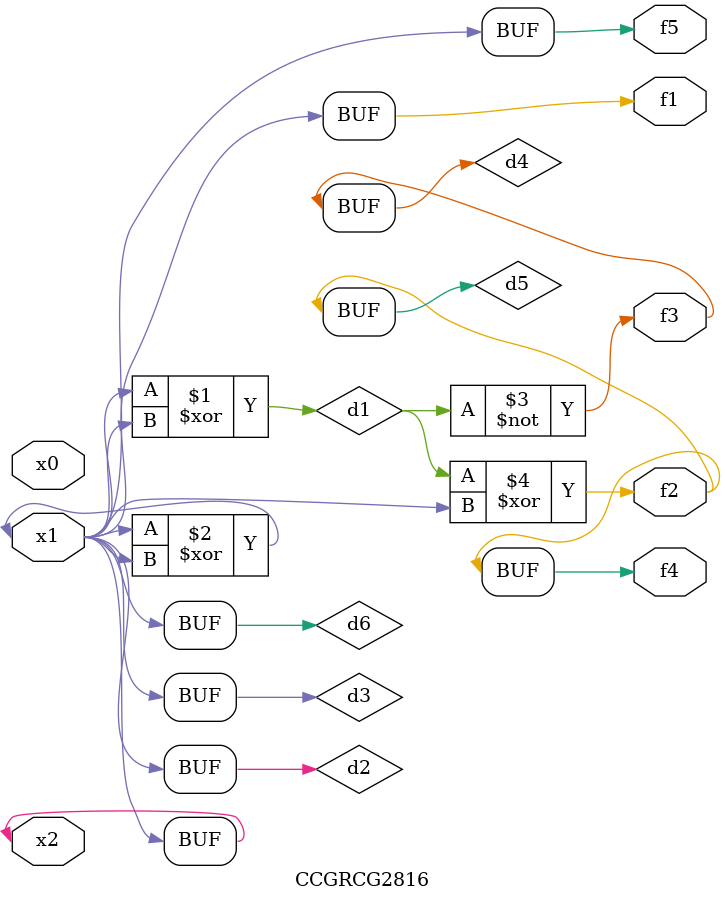
<source format=v>
module CCGRCG2816(
	input x0, x1, x2,
	output f1, f2, f3, f4, f5
);

	wire d1, d2, d3, d4, d5, d6;

	xor (d1, x1, x2);
	buf (d2, x1, x2);
	xor (d3, x1, x2);
	nor (d4, d1);
	xor (d5, d1, d2);
	buf (d6, d2, d3);
	assign f1 = d6;
	assign f2 = d5;
	assign f3 = d4;
	assign f4 = d5;
	assign f5 = d6;
endmodule

</source>
